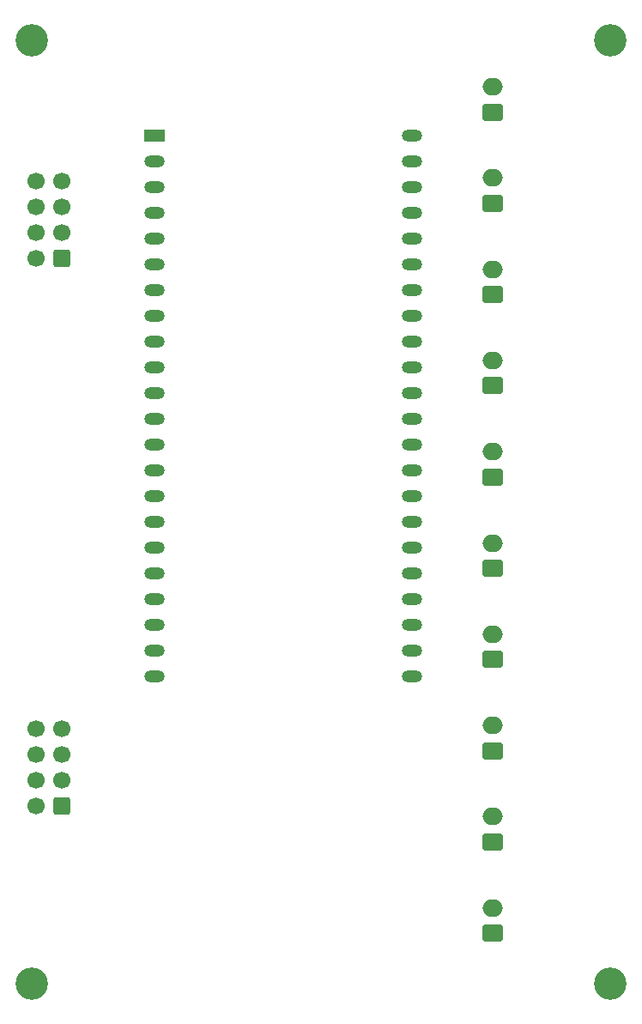
<source format=gbr>
%TF.GenerationSoftware,KiCad,Pcbnew,8.0.6*%
%TF.CreationDate,2025-02-05T19:47:27+13:00*%
%TF.ProjectId,Door Controller,446f6f72-2043-46f6-9e74-726f6c6c6572,rev?*%
%TF.SameCoordinates,Original*%
%TF.FileFunction,Soldermask,Bot*%
%TF.FilePolarity,Negative*%
%FSLAX46Y46*%
G04 Gerber Fmt 4.6, Leading zero omitted, Abs format (unit mm)*
G04 Created by KiCad (PCBNEW 8.0.6) date 2025-02-05 19:47:27*
%MOMM*%
%LPD*%
G01*
G04 APERTURE LIST*
G04 Aperture macros list*
%AMRoundRect*
0 Rectangle with rounded corners*
0 $1 Rounding radius*
0 $2 $3 $4 $5 $6 $7 $8 $9 X,Y pos of 4 corners*
0 Add a 4 corners polygon primitive as box body*
4,1,4,$2,$3,$4,$5,$6,$7,$8,$9,$2,$3,0*
0 Add four circle primitives for the rounded corners*
1,1,$1+$1,$2,$3*
1,1,$1+$1,$4,$5*
1,1,$1+$1,$6,$7*
1,1,$1+$1,$8,$9*
0 Add four rect primitives between the rounded corners*
20,1,$1+$1,$2,$3,$4,$5,0*
20,1,$1+$1,$4,$5,$6,$7,0*
20,1,$1+$1,$6,$7,$8,$9,0*
20,1,$1+$1,$8,$9,$2,$3,0*%
G04 Aperture macros list end*
%ADD10O,2.000000X1.700000*%
%ADD11RoundRect,0.250000X0.750000X-0.600000X0.750000X0.600000X-0.750000X0.600000X-0.750000X-0.600000X0*%
%ADD12C,3.200000*%
%ADD13C,1.700000*%
%ADD14RoundRect,0.250000X0.600000X0.600000X-0.600000X0.600000X-0.600000X-0.600000X0.600000X-0.600000X0*%
%ADD15O,2.000000X1.200000*%
%ADD16R,2.000000X1.200000*%
G04 APERTURE END LIST*
D10*
%TO.C,J7*%
X98975000Y-112050000D03*
D11*
X98975000Y-114550000D03*
%TD*%
D10*
%TO.C,J1*%
X98975000Y-58050000D03*
D11*
X98975000Y-60550000D03*
%TD*%
D10*
%TO.C,J4*%
X98975000Y-85050000D03*
D11*
X98975000Y-87550000D03*
%TD*%
D12*
%TO.C,h1*%
X53500000Y-53500000D03*
%TD*%
D10*
%TO.C,J5*%
X98975000Y-94050000D03*
D11*
X98975000Y-96550000D03*
%TD*%
D10*
%TO.C,J9*%
X98975000Y-130050000D03*
D11*
X98975000Y-132550000D03*
%TD*%
D10*
%TO.C,J8*%
X98975000Y-121050000D03*
D11*
X98975000Y-123550000D03*
%TD*%
D10*
%TO.C,J3*%
X98975000Y-76050000D03*
D11*
X98975000Y-78550000D03*
%TD*%
D12*
%TO.C,h2*%
X110600000Y-53500000D03*
%TD*%
D13*
%TO.C,J21*%
X53960000Y-67380000D03*
X56500000Y-67380000D03*
X53960000Y-69920000D03*
X56500000Y-69920000D03*
X53960000Y-72460000D03*
X56500000Y-72460000D03*
X53960000Y-75000000D03*
D14*
X56500000Y-75000000D03*
%TD*%
D13*
%TO.C,J22*%
X53960000Y-121380000D03*
X56500000Y-121380000D03*
X53960000Y-123920000D03*
X56500000Y-123920000D03*
X53960000Y-126460000D03*
X56500000Y-126460000D03*
X53960000Y-129000000D03*
D14*
X56500000Y-129000000D03*
%TD*%
D15*
%TO.C,U1*%
X91050000Y-62904740D03*
X91050000Y-65444740D03*
X91050000Y-67984740D03*
X91050000Y-70524740D03*
X91050000Y-73064740D03*
X91050000Y-75604740D03*
X91050000Y-78144740D03*
X91050000Y-80684740D03*
X91050000Y-83224740D03*
X91050000Y-85764740D03*
X91050000Y-88304740D03*
X91050000Y-90844740D03*
X91050000Y-93384740D03*
X91050000Y-95924740D03*
X91050000Y-98464740D03*
X91050000Y-101004740D03*
X91050000Y-103544740D03*
X91050000Y-106084740D03*
X91050000Y-108624740D03*
X91050000Y-111164740D03*
X91050000Y-113704740D03*
X91050000Y-116244740D03*
X65646320Y-116242020D03*
X65646320Y-113702020D03*
X65646320Y-111162020D03*
X65650000Y-108624740D03*
X65650000Y-106084740D03*
X65650000Y-103544740D03*
X65650000Y-101004740D03*
X65650000Y-98464740D03*
X65650000Y-95924740D03*
X65650000Y-93384740D03*
X65650000Y-90844740D03*
X65650000Y-88304740D03*
X65650000Y-85764740D03*
X65650000Y-83224740D03*
X65650000Y-80684740D03*
X65650000Y-78144740D03*
X65650000Y-75604740D03*
X65650000Y-73064740D03*
X65650000Y-70524740D03*
X65650000Y-67984740D03*
X65650000Y-65444740D03*
D16*
X65650000Y-62904740D03*
%TD*%
D12*
%TO.C,h4*%
X110600000Y-146500000D03*
%TD*%
D10*
%TO.C,J2*%
X98975000Y-67050000D03*
D11*
X98975000Y-69550000D03*
%TD*%
D12*
%TO.C,h3*%
X53500000Y-146500000D03*
%TD*%
D10*
%TO.C,J10*%
X98975000Y-139050000D03*
D11*
X98975000Y-141550000D03*
%TD*%
D10*
%TO.C,J6*%
X98975000Y-103050000D03*
D11*
X98975000Y-105550000D03*
%TD*%
M02*

</source>
